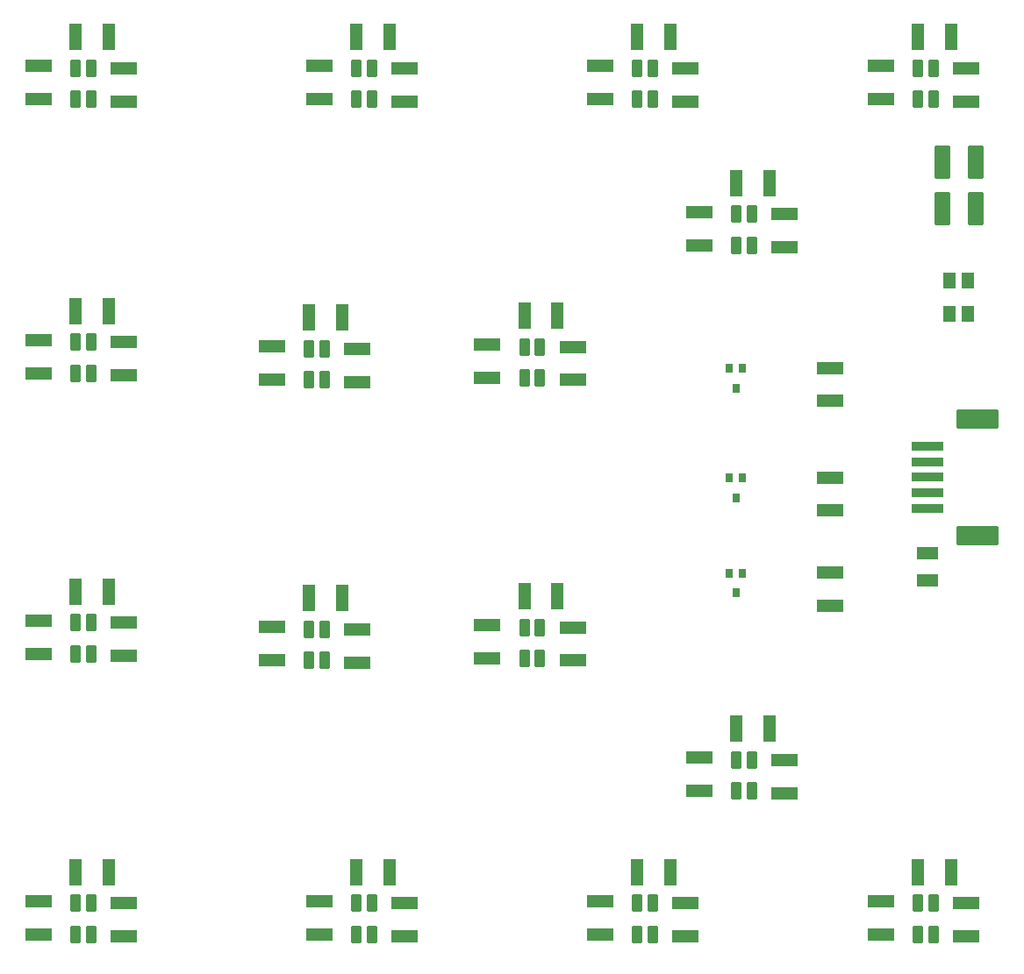
<source format=gtp>
G04*
G04 #@! TF.GenerationSoftware,Altium Limited,Altium Designer,21.2.1 (34)*
G04*
G04 Layer_Color=8421504*
%FSLAX25Y25*%
%MOIN*%
G70*
G04*
G04 #@! TF.SameCoordinates,5CDBF695-0DC9-45D6-B701-0AA4AA8D040A*
G04*
G04*
G04 #@! TF.FilePolarity,Positive*
G04*
G01*
G75*
%ADD15R,0.02756X0.03543*%
G04:AMPARAMS|DCode=16|XSize=35.43mil|YSize=118.11mil|CornerRadius=2.66mil|HoleSize=0mil|Usage=FLASHONLY|Rotation=270.000|XOffset=0mil|YOffset=0mil|HoleType=Round|Shape=RoundedRectangle|*
%AMROUNDEDRECTD16*
21,1,0.03543,0.11280,0,0,270.0*
21,1,0.03012,0.11811,0,0,270.0*
1,1,0.00532,-0.05640,-0.01506*
1,1,0.00532,-0.05640,0.01506*
1,1,0.00532,0.05640,0.01506*
1,1,0.00532,0.05640,-0.01506*
%
%ADD16ROUNDEDRECTD16*%
G04:AMPARAMS|DCode=17|XSize=74.8mil|YSize=157.48mil|CornerRadius=5.61mil|HoleSize=0mil|Usage=FLASHONLY|Rotation=270.000|XOffset=0mil|YOffset=0mil|HoleType=Round|Shape=RoundedRectangle|*
%AMROUNDEDRECTD17*
21,1,0.07480,0.14626,0,0,270.0*
21,1,0.06358,0.15748,0,0,270.0*
1,1,0.01122,-0.07313,-0.03179*
1,1,0.01122,-0.07313,0.03179*
1,1,0.01122,0.07313,0.03179*
1,1,0.01122,0.07313,-0.03179*
%
%ADD17ROUNDEDRECTD17*%
%ADD18R,0.08000X0.04500*%
G04:AMPARAMS|DCode=19|XSize=39.37mil|YSize=66.93mil|CornerRadius=3.94mil|HoleSize=0mil|Usage=FLASHONLY|Rotation=0.000|XOffset=0mil|YOffset=0mil|HoleType=Round|Shape=RoundedRectangle|*
%AMROUNDEDRECTD19*
21,1,0.03937,0.05906,0,0,0.0*
21,1,0.03150,0.06693,0,0,0.0*
1,1,0.00787,0.01575,-0.02953*
1,1,0.00787,-0.01575,-0.02953*
1,1,0.00787,-0.01575,0.02953*
1,1,0.00787,0.01575,0.02953*
%
%ADD19ROUNDEDRECTD19*%
G04:AMPARAMS|DCode=20|XSize=49.21mil|YSize=62.99mil|CornerRadius=4.92mil|HoleSize=0mil|Usage=FLASHONLY|Rotation=0.000|XOffset=0mil|YOffset=0mil|HoleType=Round|Shape=RoundedRectangle|*
%AMROUNDEDRECTD20*
21,1,0.04921,0.05315,0,0,0.0*
21,1,0.03937,0.06299,0,0,0.0*
1,1,0.00984,0.01968,-0.02657*
1,1,0.00984,-0.01968,-0.02657*
1,1,0.00984,-0.01968,0.02657*
1,1,0.00984,0.01968,0.02657*
%
%ADD20ROUNDEDRECTD20*%
G04:AMPARAMS|DCode=21|XSize=62.99mil|YSize=124.02mil|CornerRadius=4.72mil|HoleSize=0mil|Usage=FLASHONLY|Rotation=0.000|XOffset=0mil|YOffset=0mil|HoleType=Round|Shape=RoundedRectangle|*
%AMROUNDEDRECTD21*
21,1,0.06299,0.11457,0,0,0.0*
21,1,0.05354,0.12402,0,0,0.0*
1,1,0.00945,0.02677,-0.05728*
1,1,0.00945,-0.02677,-0.05728*
1,1,0.00945,-0.02677,0.05728*
1,1,0.00945,0.02677,0.05728*
%
%ADD21ROUNDEDRECTD21*%
G04:AMPARAMS|DCode=22|XSize=47.24mil|YSize=102.36mil|CornerRadius=3.54mil|HoleSize=0mil|Usage=FLASHONLY|Rotation=0.000|XOffset=0mil|YOffset=0mil|HoleType=Round|Shape=RoundedRectangle|*
%AMROUNDEDRECTD22*
21,1,0.04724,0.09528,0,0,0.0*
21,1,0.04016,0.10236,0,0,0.0*
1,1,0.00709,0.02008,-0.04764*
1,1,0.00709,-0.02008,-0.04764*
1,1,0.00709,-0.02008,0.04764*
1,1,0.00709,0.02008,0.04764*
%
%ADD22ROUNDEDRECTD22*%
G04:AMPARAMS|DCode=23|XSize=47.24mil|YSize=102.36mil|CornerRadius=3.54mil|HoleSize=0mil|Usage=FLASHONLY|Rotation=270.000|XOffset=0mil|YOffset=0mil|HoleType=Round|Shape=RoundedRectangle|*
%AMROUNDEDRECTD23*
21,1,0.04724,0.09528,0,0,270.0*
21,1,0.04016,0.10236,0,0,270.0*
1,1,0.00709,-0.04764,-0.02008*
1,1,0.00709,-0.04764,0.02008*
1,1,0.00709,0.04764,0.02008*
1,1,0.00709,0.04764,-0.02008*
%
%ADD23ROUNDEDRECTD23*%
D15*
X-54613Y71370D02*
D03*
X-59731D02*
D03*
X-57172Y63890D02*
D03*
X-54613Y107618D02*
D03*
X-59731D02*
D03*
X-57172Y100138D02*
D03*
X-54613Y149240D02*
D03*
X-59731D02*
D03*
X-57172Y141760D02*
D03*
D16*
X15525Y101937D02*
D03*
Y119653D02*
D03*
Y113748D02*
D03*
Y96031D02*
D03*
Y107843D02*
D03*
D17*
X34500Y129988D02*
D03*
Y85500D02*
D03*
D18*
X15525Y79024D02*
D03*
Y68524D02*
D03*
D19*
X17953Y-54094D02*
D03*
X12047D02*
D03*
Y-65905D02*
D03*
X17953D02*
D03*
X-88714Y-54094D02*
D03*
X-94619D02*
D03*
Y-65905D02*
D03*
X-88714D02*
D03*
X-195381Y-54094D02*
D03*
X-201286D02*
D03*
Y-65905D02*
D03*
X-195381D02*
D03*
X-302047Y-54094D02*
D03*
X-307953D02*
D03*
Y-65905D02*
D03*
X-302047D02*
D03*
X-51047Y405D02*
D03*
X-56953D02*
D03*
Y-11406D02*
D03*
X-51047D02*
D03*
X-131665Y50780D02*
D03*
X-137570D02*
D03*
Y38969D02*
D03*
X-131665D02*
D03*
X-213381Y50072D02*
D03*
X-219286D02*
D03*
Y38261D02*
D03*
X-213381D02*
D03*
X-302047Y52572D02*
D03*
X-307953D02*
D03*
Y40761D02*
D03*
X-302047D02*
D03*
X-51047Y207906D02*
D03*
X-56953D02*
D03*
Y196095D02*
D03*
X-51047D02*
D03*
X-131665Y157447D02*
D03*
X-137570D02*
D03*
Y145636D02*
D03*
X-131665D02*
D03*
X-213381Y156739D02*
D03*
X-219286D02*
D03*
Y144928D02*
D03*
X-213381D02*
D03*
X-302047Y159239D02*
D03*
X-307953D02*
D03*
Y147428D02*
D03*
X-302047D02*
D03*
X17953Y263405D02*
D03*
X12047D02*
D03*
Y251594D02*
D03*
X17953D02*
D03*
X-88714Y263405D02*
D03*
X-94619D02*
D03*
Y251594D02*
D03*
X-88714D02*
D03*
X-195381Y263405D02*
D03*
X-201286D02*
D03*
Y251594D02*
D03*
X-195381D02*
D03*
X-302047Y263405D02*
D03*
X-307953D02*
D03*
Y251594D02*
D03*
X-302047D02*
D03*
D20*
X31024Y170000D02*
D03*
X23976D02*
D03*
Y182500D02*
D03*
X31024D02*
D03*
D21*
X33898Y210000D02*
D03*
X21102D02*
D03*
X33898Y227500D02*
D03*
X21102D02*
D03*
D22*
X24646Y-42283D02*
D03*
X12047D02*
D03*
X-82021D02*
D03*
X-94619D02*
D03*
X-188688D02*
D03*
X-201286D02*
D03*
X-295354D02*
D03*
X-307953D02*
D03*
X-44354Y12217D02*
D03*
X-56953D02*
D03*
X-124972Y62591D02*
D03*
X-137570D02*
D03*
X-206688Y61883D02*
D03*
X-219286D02*
D03*
X-295354Y64383D02*
D03*
X-307953D02*
D03*
X-44354Y219717D02*
D03*
X-56953D02*
D03*
X-124972Y169258D02*
D03*
X-137570D02*
D03*
X-206688Y168550D02*
D03*
X-219286D02*
D03*
X-295354Y171050D02*
D03*
X-307953D02*
D03*
X24646Y275217D02*
D03*
X12047D02*
D03*
X-82021D02*
D03*
X-94619D02*
D03*
X-188688D02*
D03*
X-201286D02*
D03*
X-295354Y275217D02*
D03*
X-307953D02*
D03*
D23*
X-2000Y-65905D02*
D03*
Y-53307D02*
D03*
X-108667Y-65905D02*
D03*
Y-53307D02*
D03*
X30404Y-66693D02*
D03*
Y-54094D02*
D03*
X-76263Y-66693D02*
D03*
Y-54094D02*
D03*
X-215333Y-65905D02*
D03*
Y-53307D02*
D03*
X-322000Y-65905D02*
D03*
Y-53307D02*
D03*
X-21500Y71567D02*
D03*
Y58969D02*
D03*
X-182930Y-66693D02*
D03*
Y-54094D02*
D03*
X-289596D02*
D03*
Y-66693D02*
D03*
X-71000Y-11406D02*
D03*
Y1193D02*
D03*
X-151617Y38969D02*
D03*
Y51568D02*
D03*
X-233333Y38261D02*
D03*
Y50860D02*
D03*
X-38596Y-12193D02*
D03*
Y405D02*
D03*
X-119214Y38182D02*
D03*
Y50780D02*
D03*
X-200930Y37474D02*
D03*
Y50072D02*
D03*
X-21500Y107815D02*
D03*
Y95217D02*
D03*
X-322000Y40761D02*
D03*
Y53360D02*
D03*
X-71000Y196095D02*
D03*
Y208693D02*
D03*
X-151617Y158234D02*
D03*
Y145636D02*
D03*
X-289596Y52572D02*
D03*
Y39974D02*
D03*
X-38596Y207906D02*
D03*
Y195307D02*
D03*
X-119214Y157447D02*
D03*
Y144849D02*
D03*
X-21500Y149437D02*
D03*
Y136839D02*
D03*
X-233333Y144928D02*
D03*
Y157526D02*
D03*
X-322000Y147428D02*
D03*
Y160026D02*
D03*
X-2000Y251594D02*
D03*
Y264193D02*
D03*
X-200930Y144140D02*
D03*
Y156739D02*
D03*
X-289596Y146640D02*
D03*
Y159239D02*
D03*
X30404Y250807D02*
D03*
Y263405D02*
D03*
X-108667Y251594D02*
D03*
Y264193D02*
D03*
X-215333Y251594D02*
D03*
Y264193D02*
D03*
X-322000Y251594D02*
D03*
Y264193D02*
D03*
X-76263Y250807D02*
D03*
Y263405D02*
D03*
X-182930Y250807D02*
D03*
Y263405D02*
D03*
X-289596Y250807D02*
D03*
Y263405D02*
D03*
M02*

</source>
